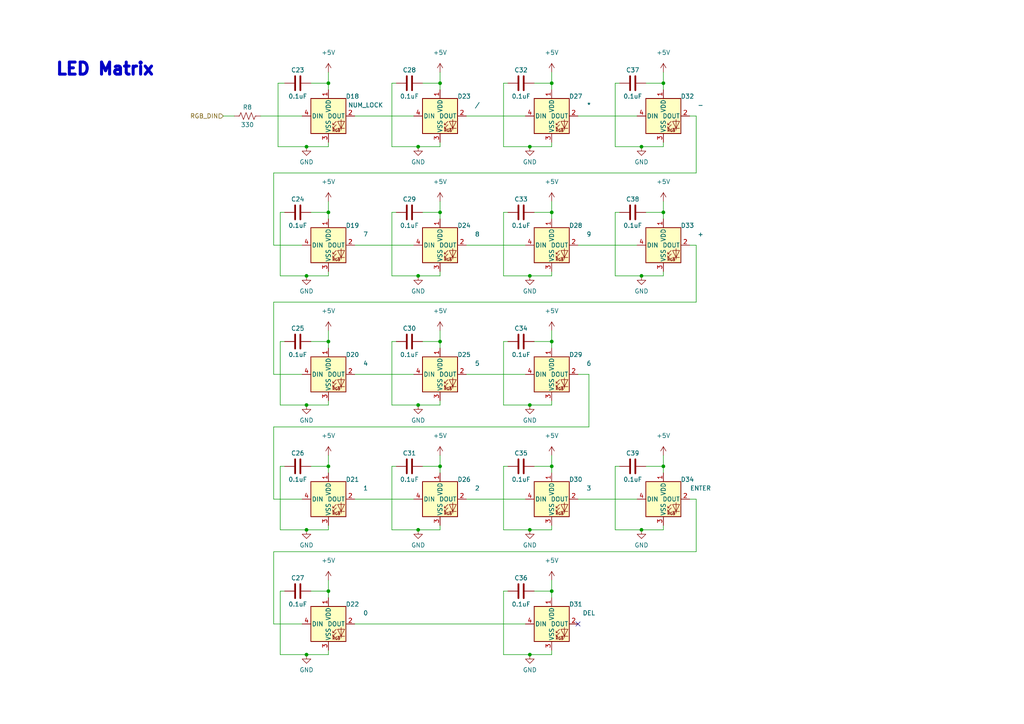
<source format=kicad_sch>
(kicad_sch (version 20211123) (generator eeschema)
  (paper "A4")
  (lib_symbols
    (symbol "Device:C" (pin_numbers hide) (pin_names (offset 0.254))
      (property "Reference" "C" (at 0.635 2.54 0))
      (property "Value" "C" (at 0.635 -2.54 0))
      (symbol "C_0_1"
        (polyline (pts (xy -2.032 -0.762) (xy 2.032 -0.762)) (stroke (width 0.508)))
        (polyline (pts (xy -2.032 0.762) (xy 2.032 0.762)) (stroke (width 0.508)))
      )
      (symbol "C_1_1"
        (pin passive line (at 0 3.81 270) (length 2.794) (name "~") (number "1"))
        (pin passive line (at 0 -3.81 90) (length 2.794) (name "~") (number "2"))
      )
    )
    (symbol "Device:R_US" (pin_numbers hide) (pin_names (offset 0))
      (property "Reference" "R" (at 2.54 0 90))
      (property "Value" "R_US" (at -2.54 0 90))
      (symbol "R_US_0_1"
        (polyline (pts (xy 0 -2.286) (xy 0 -2.54)))
        (polyline (pts (xy 0 2.286) (xy 0 2.54)))
        (polyline (pts (xy 0 -0.762) (xy 1.016 -1.143) (xy 0 -1.524) (xy -1.016 -1.905) (xy 0 -2.286)))
        (polyline (pts (xy 0 0.762) (xy 1.016 0.381) (xy 0 0) (xy -1.016 -0.381) (xy 0 -0.762)))
        (polyline (pts (xy 0 2.286) (xy 1.016 1.905) (xy 0 1.524) (xy -1.016 1.143) (xy 0 0.762)))
      )
      (symbol "R_US_1_1"
        (pin passive line (at 0 3.81 270) (length 1.27) (name "~") (number "1"))
        (pin passive line (at 0 -3.81 90) (length 1.27) (name "~") (number "2"))
      )
    )
    (symbol "LED:WS2812B" (pin_names (offset 0.254))
      (property "Reference" "D" (at 5.08 5.715 0))
      (property "Value" "WS2812B" (at 1.27 -5.715 0))
      (symbol "WS2812B_0_0"
        (text "RGB" (at 2.286 -4.191 0) (effects (font (size 0.762 0.762))))
      )
      (symbol "WS2812B_0_1"
        (polyline (pts (xy 1.27 -3.556) (xy 1.778 -3.556)))
        (polyline (pts (xy 1.27 -2.54) (xy 1.778 -2.54)))
        (polyline (pts (xy 4.699 -3.556) (xy 2.667 -3.556)))
        (polyline (pts (xy 2.286 -2.54) (xy 1.27 -3.556) (xy 1.27 -3.048)))
        (polyline (pts (xy 2.286 -1.524) (xy 1.27 -2.54) (xy 1.27 -2.032)))
        (polyline (pts (xy 3.683 -1.016) (xy 3.683 -3.556) (xy 3.683 -4.064)))
        (polyline (pts (xy 4.699 -1.524) (xy 2.667 -1.524) (xy 3.683 -3.556) (xy 4.699 -1.524)))
        (rectangle (start 5.08 5.08) (end -5.08 -5.08) (stroke (width 0.254)) (fill (type background)))
      )
      (symbol "WS2812B_1_1"
        (pin power_in line (at 0 7.62 270) (length 2.54) (name "VDD") (number "1"))
        (pin output line (at 7.62 0 180) (length 2.54) (name "DOUT") (number "2"))
        (pin power_in line (at 0 -7.62 90) (length 2.54) (name "VSS") (number "3"))
        (pin input line (at -7.62 0 0) (length 2.54) (name "DIN") (number "4"))
      )
    )
    (symbol "power:+5V" (power) (pin_names (offset 0))
      (property "Value" "+5V" (at 0 3.556 0))
      (symbol "+5V_0_1"
        (polyline (pts (xy -0.762 1.27) (xy 0 2.54)))
        (polyline (pts (xy 0 0) (xy 0 2.54)))
        (polyline (pts (xy 0 2.54) (xy 0.762 1.27)))
      )
      (symbol "+5V_1_1"
        (pin power_in line (at 0 0 90) (length 0) hide (name "+5V") (number "1"))
      )
    )
    (symbol "power:GND" (power) (pin_names (offset 0))
      (property "Value" "GND" (at 0 -3.81 0))
      (symbol "GND_0_1"
        (polyline (pts (xy 0 0) (xy 0 -1.27) (xy 1.27 -1.27) (xy 0 -2.54) (xy -1.27 -1.27) (xy 0 -1.27)))
      )
      (symbol "GND_1_1"
        (pin power_in line (at 0 0 270) (length 0) hide (name "GND") (number "1"))
      )
    )
  )
  (junction (at 127.635 24.13))
  (junction (at 95.25 24.13))
  (junction (at 153.67 189.865))
  (junction (at 153.67 117.475))
  (junction (at 95.25 135.255))
  (junction (at 186.055 80.01))
  (junction (at 186.055 153.67))
  (junction (at 192.405 135.255))
  (junction (at 186.055 42.545))
  (junction (at 192.405 61.595))
  (junction (at 121.285 153.67))
  (junction (at 121.285 80.01))
  (junction (at 160.02 171.45))
  (junction (at 153.67 153.67))
  (junction (at 88.9 42.545))
  (junction (at 160.02 24.13))
  (junction (at 127.635 99.06))
  (junction (at 127.635 61.595))
  (junction (at 95.25 171.45))
  (junction (at 88.9 80.01))
  (junction (at 160.02 61.595))
  (junction (at 160.02 135.255))
  (junction (at 121.285 117.475))
  (junction (at 192.405 24.13))
  (junction (at 153.67 42.545))
  (junction (at 153.67 80.01))
  (junction (at 127.635 135.255))
  (junction (at 88.9 153.67))
  (junction (at 88.9 189.865))
  (junction (at 95.25 99.06))
  (junction (at 121.285 42.545))
  (junction (at 88.9 117.475))
  (junction (at 160.02 99.06))
  (junction (at 95.25 61.595))
  (no_connect (at 167.64 180.975))
  (wire (pts (xy 146.05 61.595) (xy 147.32 61.595)))
  (wire (pts (xy 127.635 99.06) (xy 127.635 100.965)))
  (wire (pts (xy 79.375 123.825) (xy 170.815 123.825)))
  (wire (pts (xy 160.02 132.08) (xy 160.02 135.255)))
  (wire (pts (xy 127.635 95.885) (xy 127.635 99.06)))
  (wire (pts (xy 102.87 33.655) (xy 120.015 33.655)))
  (wire (pts (xy 90.17 61.595) (xy 95.25 61.595)))
  (wire (pts (xy 113.665 135.255) (xy 113.665 153.67)))
  (wire (pts (xy 178.435 42.545) (xy 186.055 42.545)))
  (wire (pts (xy 178.435 24.13) (xy 179.705 24.13)))
  (wire (pts (xy 135.255 71.12) (xy 152.4 71.12)))
  (wire (pts (xy 127.635 152.4) (xy 127.635 153.67)))
  (wire (pts (xy 178.435 61.595) (xy 178.435 80.01)))
  (wire (pts (xy 95.25 188.595) (xy 95.25 189.865)))
  (wire (pts (xy 79.375 50.165) (xy 201.93 50.165)))
  (wire (pts (xy 127.635 153.67) (xy 121.285 153.67)))
  (wire (pts (xy 79.375 180.975) (xy 79.375 160.02)))
  (wire (pts (xy 95.25 78.74) (xy 95.25 80.01)))
  (wire (pts (xy 81.28 99.06) (xy 82.55 99.06)))
  (wire (pts (xy 146.05 99.06) (xy 146.05 117.475)))
  (wire (pts (xy 81.28 189.865) (xy 88.9 189.865)))
  (wire (pts (xy 95.25 171.45) (xy 95.25 173.355)))
  (wire (pts (xy 102.87 71.12) (xy 120.015 71.12)))
  (wire (pts (xy 81.28 171.45) (xy 81.28 189.865)))
  (wire (pts (xy 122.555 135.255) (xy 127.635 135.255)))
  (wire (pts (xy 127.635 117.475) (xy 121.285 117.475)))
  (wire (pts (xy 102.87 144.78) (xy 120.015 144.78)))
  (wire (pts (xy 201.93 50.165) (xy 201.93 33.655)))
  (wire (pts (xy 160.02 58.42) (xy 160.02 61.595)))
  (wire (pts (xy 95.25 152.4) (xy 95.25 153.67)))
  (wire (pts (xy 160.02 189.865) (xy 153.67 189.865)))
  (wire (pts (xy 113.665 135.255) (xy 114.935 135.255)))
  (wire (pts (xy 160.02 24.13) (xy 160.02 26.035)))
  (wire (pts (xy 80.645 42.545) (xy 88.9 42.545)))
  (wire (pts (xy 201.93 33.655) (xy 200.025 33.655)))
  (wire (pts (xy 127.635 20.955) (xy 127.635 24.13)))
  (wire (pts (xy 113.665 24.13) (xy 114.935 24.13)))
  (wire (pts (xy 160.02 61.595) (xy 160.02 63.5)))
  (wire (pts (xy 192.405 152.4) (xy 192.405 153.67)))
  (wire (pts (xy 160.02 153.67) (xy 153.67 153.67)))
  (wire (pts (xy 95.25 117.475) (xy 88.9 117.475)))
  (wire (pts (xy 90.17 171.45) (xy 95.25 171.45)))
  (wire (pts (xy 154.94 135.255) (xy 160.02 135.255)))
  (wire (pts (xy 160.02 116.205) (xy 160.02 117.475)))
  (wire (pts (xy 75.565 33.655) (xy 87.63 33.655)))
  (wire (pts (xy 160.02 117.475) (xy 153.67 117.475)))
  (wire (pts (xy 79.375 144.78) (xy 87.63 144.78)))
  (wire (pts (xy 160.02 135.255) (xy 160.02 137.16)))
  (wire (pts (xy 95.25 168.275) (xy 95.25 171.45)))
  (wire (pts (xy 102.87 180.975) (xy 152.4 180.975)))
  (wire (pts (xy 201.93 144.78) (xy 201.93 160.02)))
  (wire (pts (xy 167.64 71.12) (xy 184.785 71.12)))
  (wire (pts (xy 81.28 153.67) (xy 88.9 153.67)))
  (wire (pts (xy 127.635 80.01) (xy 121.285 80.01)))
  (wire (pts (xy 79.375 71.12) (xy 87.63 71.12)))
  (wire (pts (xy 81.28 171.45) (xy 82.55 171.45)))
  (wire (pts (xy 187.325 24.13) (xy 192.405 24.13)))
  (wire (pts (xy 160.02 80.01) (xy 153.67 80.01)))
  (wire (pts (xy 192.405 41.275) (xy 192.405 42.545)))
  (wire (pts (xy 178.435 24.13) (xy 178.435 42.545)))
  (wire (pts (xy 135.255 144.78) (xy 152.4 144.78)))
  (wire (pts (xy 201.93 144.78) (xy 200.025 144.78)))
  (wire (pts (xy 127.635 132.08) (xy 127.635 135.255)))
  (wire (pts (xy 79.375 108.585) (xy 79.375 87.63)))
  (wire (pts (xy 192.405 24.13) (xy 192.405 26.035)))
  (wire (pts (xy 79.375 87.63) (xy 201.93 87.63)))
  (wire (pts (xy 201.93 87.63) (xy 201.93 71.12)))
  (wire (pts (xy 95.25 41.275) (xy 95.25 42.545)))
  (wire (pts (xy 178.435 80.01) (xy 186.055 80.01)))
  (wire (pts (xy 160.02 95.885) (xy 160.02 99.06)))
  (wire (pts (xy 95.25 99.06) (xy 95.25 100.965)))
  (wire (pts (xy 122.555 24.13) (xy 127.635 24.13)))
  (wire (pts (xy 95.25 116.205) (xy 95.25 117.475)))
  (wire (pts (xy 81.28 61.595) (xy 81.28 80.01)))
  (wire (pts (xy 81.28 61.595) (xy 82.55 61.595)))
  (wire (pts (xy 146.05 24.13) (xy 147.32 24.13)))
  (wire (pts (xy 146.05 99.06) (xy 147.32 99.06)))
  (wire (pts (xy 192.405 80.01) (xy 186.055 80.01)))
  (wire (pts (xy 146.05 189.865) (xy 153.67 189.865)))
  (wire (pts (xy 192.405 135.255) (xy 192.405 137.16)))
  (wire (pts (xy 95.25 80.01) (xy 88.9 80.01)))
  (wire (pts (xy 146.05 153.67) (xy 153.67 153.67)))
  (wire (pts (xy 160.02 171.45) (xy 160.02 173.355)))
  (wire (pts (xy 192.405 61.595) (xy 192.405 63.5)))
  (wire (pts (xy 113.665 80.01) (xy 121.285 80.01)))
  (wire (pts (xy 81.28 135.255) (xy 81.28 153.67)))
  (wire (pts (xy 113.665 24.13) (xy 113.665 42.545)))
  (wire (pts (xy 167.64 33.655) (xy 184.785 33.655)))
  (wire (pts (xy 81.28 117.475) (xy 88.9 117.475)))
  (wire (pts (xy 192.405 132.08) (xy 192.405 135.255)))
  (wire (pts (xy 192.405 58.42) (xy 192.405 61.595)))
  (wire (pts (xy 102.87 108.585) (xy 120.015 108.585)))
  (wire (pts (xy 64.77 33.655) (xy 67.945 33.655)))
  (wire (pts (xy 146.05 42.545) (xy 153.67 42.545)))
  (wire (pts (xy 146.05 61.595) (xy 146.05 80.01)))
  (wire (pts (xy 127.635 58.42) (xy 127.635 61.595)))
  (wire (pts (xy 95.25 24.13) (xy 95.25 26.035)))
  (wire (pts (xy 187.325 61.595) (xy 192.405 61.595)))
  (wire (pts (xy 79.375 180.975) (xy 87.63 180.975)))
  (wire (pts (xy 127.635 116.205) (xy 127.635 117.475)))
  (wire (pts (xy 127.635 78.74) (xy 127.635 80.01)))
  (wire (pts (xy 192.405 20.955) (xy 192.405 24.13)))
  (wire (pts (xy 160.02 152.4) (xy 160.02 153.67)))
  (wire (pts (xy 170.815 108.585) (xy 170.815 123.825)))
  (wire (pts (xy 127.635 61.595) (xy 127.635 63.5)))
  (wire (pts (xy 178.435 153.67) (xy 186.055 153.67)))
  (wire (pts (xy 178.435 135.255) (xy 179.705 135.255)))
  (wire (pts (xy 146.05 24.13) (xy 146.05 42.545)))
  (wire (pts (xy 95.25 61.595) (xy 95.25 63.5)))
  (wire (pts (xy 127.635 135.255) (xy 127.635 137.16)))
  (wire (pts (xy 81.28 135.255) (xy 82.55 135.255)))
  (wire (pts (xy 160.02 99.06) (xy 160.02 100.965)))
  (wire (pts (xy 127.635 41.275) (xy 127.635 42.545)))
  (wire (pts (xy 154.94 171.45) (xy 160.02 171.45)))
  (wire (pts (xy 90.17 135.255) (xy 95.25 135.255)))
  (wire (pts (xy 122.555 61.595) (xy 127.635 61.595)))
  (wire (pts (xy 146.05 80.01) (xy 153.67 80.01)))
  (wire (pts (xy 135.255 33.655) (xy 152.4 33.655)))
  (wire (pts (xy 192.405 153.67) (xy 186.055 153.67)))
  (wire (pts (xy 160.02 188.595) (xy 160.02 189.865)))
  (wire (pts (xy 95.25 135.255) (xy 95.25 137.16)))
  (wire (pts (xy 113.665 61.595) (xy 114.935 61.595)))
  (wire (pts (xy 167.64 108.585) (xy 170.815 108.585)))
  (wire (pts (xy 95.25 58.42) (xy 95.25 61.595)))
  (wire (pts (xy 178.435 135.255) (xy 178.435 153.67)))
  (wire (pts (xy 160.02 78.74) (xy 160.02 80.01)))
  (wire (pts (xy 113.665 153.67) (xy 121.285 153.67)))
  (wire (pts (xy 113.665 99.06) (xy 113.665 117.475)))
  (wire (pts (xy 154.94 24.13) (xy 160.02 24.13)))
  (wire (pts (xy 95.25 153.67) (xy 88.9 153.67)))
  (wire (pts (xy 80.645 24.13) (xy 80.645 42.545)))
  (wire (pts (xy 146.05 135.255) (xy 146.05 153.67)))
  (wire (pts (xy 154.94 99.06) (xy 160.02 99.06)))
  (wire (pts (xy 201.93 71.12) (xy 200.025 71.12)))
  (wire (pts (xy 81.28 99.06) (xy 81.28 117.475)))
  (wire (pts (xy 178.435 61.595) (xy 179.705 61.595)))
  (wire (pts (xy 160.02 20.955) (xy 160.02 24.13)))
  (wire (pts (xy 187.325 135.255) (xy 192.405 135.255)))
  (wire (pts (xy 167.64 144.78) (xy 184.785 144.78)))
  (wire (pts (xy 127.635 24.13) (xy 127.635 26.035)))
  (wire (pts (xy 79.375 144.78) (xy 79.375 123.825)))
  (wire (pts (xy 81.28 80.01) (xy 88.9 80.01)))
  (wire (pts (xy 95.25 42.545) (xy 88.9 42.545)))
  (wire (pts (xy 80.645 24.13) (xy 82.55 24.13)))
  (wire (pts (xy 95.25 20.955) (xy 95.25 24.13)))
  (wire (pts (xy 122.555 99.06) (xy 127.635 99.06)))
  (wire (pts (xy 127.635 42.545) (xy 121.285 42.545)))
  (wire (pts (xy 79.375 108.585) (xy 87.63 108.585)))
  (wire (pts (xy 90.17 99.06) (xy 95.25 99.06)))
  (wire (pts (xy 113.665 61.595) (xy 113.665 80.01)))
  (wire (pts (xy 146.05 117.475) (xy 153.67 117.475)))
  (wire (pts (xy 146.05 135.255) (xy 147.32 135.255)))
  (wire (pts (xy 146.05 171.45) (xy 146.05 189.865)))
  (wire (pts (xy 90.17 24.13) (xy 95.25 24.13)))
  (wire (pts (xy 160.02 42.545) (xy 153.67 42.545)))
  (wire (pts (xy 79.375 160.02) (xy 201.93 160.02)))
  (wire (pts (xy 113.665 42.545) (xy 121.285 42.545)))
  (wire (pts (xy 192.405 78.74) (xy 192.405 80.01)))
  (wire (pts (xy 192.405 42.545) (xy 186.055 42.545)))
  (wire (pts (xy 113.665 99.06) (xy 114.935 99.06)))
  (wire (pts (xy 160.02 168.275) (xy 160.02 171.45)))
  (wire (pts (xy 160.02 41.275) (xy 160.02 42.545)))
  (wire (pts (xy 146.05 171.45) (xy 147.32 171.45)))
  (wire (pts (xy 113.665 117.475) (xy 121.285 117.475)))
  (wire (pts (xy 95.25 189.865) (xy 88.9 189.865)))
  (wire (pts (xy 79.375 71.12) (xy 79.375 50.165)))
  (wire (pts (xy 95.25 132.08) (xy 95.25 135.255)))
  (wire (pts (xy 95.25 95.885) (xy 95.25 99.06)))
  (wire (pts (xy 154.94 61.595) (xy 160.02 61.595)))
  (wire (pts (xy 135.255 108.585) (xy 152.4 108.585)))
  (text "LED Matrix" (at 15.875 22.225 0) (effects (font (size 3.5 3.5) (thickness 1) bold) (justify left bottom)))
  (hierarchical_label "RGB_DIN" (shape input) (at 64.77 33.655 180))
  (symbol (lib_id "Device:C") (at 151.13 99.06 270) (unit 1)
    (property "Reference" "C34" (at 151.13 95.25 90))
    (property "Value" "0.1uF" (at 151.13 102.87 90))
  )
  (symbol (lib_id "LED:WS2812B") (at 160.02 33.655 0) (unit 1)
    (property "Reference" "D27" (at 167.005 27.94 0))
    (property "Value" "*" (at 170.815 30.48 0))
    (property "Footprint" "LED_SMD:LED_WS2812B_PLCC4_5.0x5.0mm_P3.2mm" (effects hide))
    (property "Datasheet" "https://cdn-shop.adafruit.com/datasheets/WS2812B.pdf" (effects hide))
  )
  (symbol (lib_id "power:+5V") (at 160.02 132.08 0) (unit 1)
    (property "Reference" "#PWR0155" (effects hide))
    (property "Value" "+5V" (at 160.02 126.365 0))
  )
  (symbol (lib_id "LED:WS2812B") (at 160.02 144.78 0) (unit 1)
    (property "Reference" "D30" (at 167.005 139.065 0))
    (property "Value" "3" (at 170.815 141.605 0))
    (property "Footprint" "LED_SMD:LED_WS2812B_PLCC4_5.0x5.0mm_P3.2mm" (effects hide))
    (property "Datasheet" "https://cdn-shop.adafruit.com/datasheets/WS2812B.pdf" (effects hide))
  )
  (symbol (lib_id "LED:WS2812B") (at 95.25 180.975 0) (unit 1)
    (property "Reference" "D22" (at 102.235 175.26 0))
    (property "Value" "0" (at 106.045 177.8 0))
    (property "Footprint" "LED_SMD:LED_WS2812B_PLCC4_5.0x5.0mm_P3.2mm" (effects hide))
    (property "Datasheet" "https://cdn-shop.adafruit.com/datasheets/WS2812B.pdf" (effects hide))
  )
  (symbol (lib_id "power:GND") (at 186.055 42.545 0) (unit 1)
    (property "Reference" "#PWR0160" (effects hide))
    (property "Value" "GND" (at 186.055 46.99 0))
  )
  (symbol (lib_id "Device:C") (at 151.13 171.45 270) (unit 1)
    (property "Reference" "C36" (at 151.13 167.64 90))
    (property "Value" "0.1uF" (at 151.13 175.26 90))
  )
  (symbol (lib_id "power:GND") (at 153.67 153.67 0) (unit 1)
    (property "Reference" "#PWR0143" (effects hide))
    (property "Value" "GND" (at 153.67 158.115 0))
  )
  (symbol (lib_id "power:+5V") (at 127.635 95.885 0) (unit 1)
    (property "Reference" "#PWR0150" (effects hide))
    (property "Value" "+5V" (at 127.635 90.17 0))
  )
  (symbol (lib_id "LED:WS2812B") (at 160.02 180.975 0) (unit 1)
    (property "Reference" "D31" (at 167.005 175.26 0))
    (property "Value" "DEL" (at 170.815 177.8 0))
    (property "Footprint" "LED_SMD:LED_WS2812B_PLCC4_5.0x5.0mm_P3.2mm" (effects hide))
    (property "Datasheet" "https://cdn-shop.adafruit.com/datasheets/WS2812B.pdf" (effects hide))
  )
  (symbol (lib_id "power:GND") (at 153.67 42.545 0) (unit 1)
    (property "Reference" "#PWR0162" (effects hide))
    (property "Value" "GND" (at 153.67 46.99 0))
  )
  (symbol (lib_id "Device:C") (at 151.13 135.255 270) (unit 1)
    (property "Reference" "C35" (at 151.13 131.445 90))
    (property "Value" "0.1uF" (at 151.13 139.065 90))
  )
  (symbol (lib_id "Device:C") (at 183.515 24.13 270) (unit 1)
    (property "Reference" "C37" (at 183.515 20.32 90))
    (property "Value" "0.1uF" (at 183.515 27.94 90))
  )
  (symbol (lib_id "power:+5V") (at 160.02 20.955 0) (unit 1)
    (property "Reference" "#PWR0163" (effects hide))
    (property "Value" "+5V" (at 160.02 15.24 0))
  )
  (symbol (lib_id "power:GND") (at 121.285 153.67 0) (unit 1)
    (property "Reference" "#PWR0142" (effects hide))
    (property "Value" "GND" (at 121.285 158.115 0))
  )
  (symbol (lib_id "power:GND") (at 88.9 42.545 0) (unit 1)
    (property "Reference" "#PWR0174" (effects hide))
    (property "Value" "GND" (at 88.9 46.99 0))
  )
  (symbol (lib_id "Device:C") (at 86.36 61.595 270) (unit 1)
    (property "Reference" "C24" (at 86.36 57.785 90))
    (property "Value" "0.1uF" (at 86.36 65.405 90))
  )
  (symbol (lib_id "LED:WS2812B") (at 95.25 108.585 0) (unit 1)
    (property "Reference" "D20" (at 102.235 102.87 0))
    (property "Value" "4" (at 106.045 105.41 0))
    (property "Footprint" "LED_SMD:LED_WS2812B_PLCC4_5.0x5.0mm_P3.2mm" (effects hide))
    (property "Datasheet" "https://cdn-shop.adafruit.com/datasheets/WS2812B.pdf" (effects hide))
  )
  (symbol (lib_id "power:+5V") (at 95.25 58.42 0) (unit 1)
    (property "Reference" "#PWR0171" (effects hide))
    (property "Value" "+5V" (at 95.25 52.705 0))
  )
  (symbol (lib_id "Device:C") (at 86.36 99.06 270) (unit 1)
    (property "Reference" "C25" (at 86.36 95.25 90))
    (property "Value" "0.1uF" (at 86.36 102.87 90))
  )
  (symbol (lib_id "LED:WS2812B") (at 160.02 108.585 0) (unit 1)
    (property "Reference" "D29" (at 167.005 102.87 0))
    (property "Value" "6" (at 170.815 105.41 0))
    (property "Footprint" "LED_SMD:LED_WS2812B_PLCC4_5.0x5.0mm_P3.2mm" (effects hide))
    (property "Datasheet" "https://cdn-shop.adafruit.com/datasheets/WS2812B.pdf" (effects hide))
  )
  (symbol (lib_id "power:GND") (at 186.055 80.01 0) (unit 1)
    (property "Reference" "#PWR0166" (effects hide))
    (property "Value" "GND" (at 186.055 84.455 0))
  )
  (symbol (lib_id "power:+5V") (at 160.02 58.42 0) (unit 1)
    (property "Reference" "#PWR0165" (effects hide))
    (property "Value" "+5V" (at 160.02 52.705 0))
  )
  (symbol (lib_id "LED:WS2812B") (at 127.635 108.585 0) (unit 1)
    (property "Reference" "D25" (at 134.62 102.87 0))
    (property "Value" "5" (at 138.43 105.41 0))
    (property "Footprint" "LED_SMD:LED_WS2812B_PLCC4_5.0x5.0mm_P3.2mm" (effects hide))
    (property "Datasheet" "https://cdn-shop.adafruit.com/datasheets/WS2812B.pdf" (effects hide))
  )
  (symbol (lib_id "Device:C") (at 86.36 171.45 270) (unit 1)
    (property "Reference" "C27" (at 86.36 167.64 90))
    (property "Value" "0.1uF" (at 86.36 175.26 90))
  )
  (symbol (lib_id "power:GND") (at 121.285 42.545 0) (unit 1)
    (property "Reference" "#PWR0173" (effects hide))
    (property "Value" "GND" (at 121.285 46.99 0))
  )
  (symbol (lib_id "LED:WS2812B") (at 192.405 71.12 0) (unit 1)
    (property "Reference" "D33" (at 199.39 65.405 0))
    (property "Value" "+" (at 203.2 67.945 0))
    (property "Footprint" "LED_SMD:LED_WS2812B_PLCC4_5.0x5.0mm_P3.2mm" (effects hide))
    (property "Datasheet" "https://cdn-shop.adafruit.com/datasheets/WS2812B.pdf" (effects hide))
  )
  (symbol (lib_id "power:+5V") (at 192.405 132.08 0) (unit 1)
    (property "Reference" "#PWR0152" (effects hide))
    (property "Value" "+5V" (at 192.405 126.365 0))
  )
  (symbol (lib_id "Device:C") (at 151.13 61.595 270) (unit 1)
    (property "Reference" "C33" (at 151.13 57.785 90))
    (property "Value" "0.1uF" (at 151.13 65.405 90))
  )
  (symbol (lib_id "Device:R_US") (at 71.755 33.655 90) (unit 1)
    (property "Reference" "R8" (at 71.755 31.115 90))
    (property "Value" "330" (at 71.755 36.195 90))
  )
  (symbol (lib_id "power:+5V") (at 192.405 20.955 0) (unit 1)
    (property "Reference" "#PWR0161" (effects hide))
    (property "Value" "+5V" (at 192.405 15.24 0))
  )
  (symbol (lib_id "power:GND") (at 88.9 153.67 0) (unit 1)
    (property "Reference" "#PWR0149" (effects hide))
    (property "Value" "GND" (at 88.9 158.115 0))
  )
  (symbol (lib_id "power:GND") (at 88.9 117.475 0) (unit 1)
    (property "Reference" "#PWR0158" (effects hide))
    (property "Value" "GND" (at 88.9 121.92 0))
  )
  (symbol (lib_id "power:GND") (at 121.285 80.01 0) (unit 1)
    (property "Reference" "#PWR0170" (effects hide))
    (property "Value" "GND" (at 121.285 84.455 0))
  )
  (symbol (lib_id "Device:C") (at 86.36 135.255 270) (unit 1)
    (property "Reference" "C26" (at 86.36 131.445 90))
    (property "Value" "0.1uF" (at 86.36 139.065 90))
  )
  (symbol (lib_id "Device:C") (at 118.745 61.595 270) (unit 1)
    (property "Reference" "C29" (at 118.745 57.785 90))
    (property "Value" "0.1uF" (at 118.745 65.405 90))
  )
  (symbol (lib_id "power:+5V") (at 95.25 132.08 0) (unit 1)
    (property "Reference" "#PWR0159" (effects hide))
    (property "Value" "+5V" (at 95.25 126.365 0))
  )
  (symbol (lib_id "power:+5V") (at 192.405 58.42 0) (unit 1)
    (property "Reference" "#PWR0169" (effects hide))
    (property "Value" "+5V" (at 192.405 52.705 0))
  )
  (symbol (lib_id "power:GND") (at 153.67 189.865 0) (unit 1)
    (property "Reference" "#PWR0146" (effects hide))
    (property "Value" "GND" (at 153.67 194.31 0))
  )
  (symbol (lib_id "LED:WS2812B") (at 127.635 71.12 0) (unit 1)
    (property "Reference" "D24" (at 134.62 65.405 0))
    (property "Value" "8" (at 138.43 67.945 0))
    (property "Footprint" "LED_SMD:LED_WS2812B_PLCC4_5.0x5.0mm_P3.2mm" (effects hide))
    (property "Datasheet" "https://cdn-shop.adafruit.com/datasheets/WS2812B.pdf" (effects hide))
  )
  (symbol (lib_id "LED:WS2812B") (at 95.25 33.655 0) (unit 1)
    (property "Reference" "D18" (at 102.235 27.94 0))
    (property "Value" "NUM_LOCK" (at 106.045 30.48 0))
    (property "Footprint" "LED_SMD:LED_WS2812B_PLCC4_5.0x5.0mm_P3.2mm" (effects hide))
    (property "Datasheet" "https://cdn-shop.adafruit.com/datasheets/WS2812B.pdf" (effects hide))
  )
  (symbol (lib_id "power:GND") (at 121.285 117.475 0) (unit 1)
    (property "Reference" "#PWR0157" (effects hide))
    (property "Value" "GND" (at 121.285 121.92 0))
  )
  (symbol (lib_id "power:GND") (at 153.67 117.475 0) (unit 1)
    (property "Reference" "#PWR0156" (effects hide))
    (property "Value" "GND" (at 153.67 121.92 0))
  )
  (symbol (lib_id "LED:WS2812B") (at 95.25 144.78 0) (unit 1)
    (property "Reference" "D21" (at 102.235 139.065 0))
    (property "Value" "1" (at 106.045 141.605 0))
    (property "Footprint" "LED_SMD:LED_WS2812B_PLCC4_5.0x5.0mm_P3.2mm" (effects hide))
    (property "Datasheet" "https://cdn-shop.adafruit.com/datasheets/WS2812B.pdf" (effects hide))
  )
  (symbol (lib_id "power:+5V") (at 95.25 20.955 0) (unit 1)
    (property "Reference" "#PWR0175" (effects hide))
    (property "Value" "+5V" (at 95.25 15.24 0))
  )
  (symbol (lib_id "power:+5V") (at 160.02 95.885 0) (unit 1)
    (property "Reference" "#PWR0153" (effects hide))
    (property "Value" "+5V" (at 160.02 90.17 0))
  )
  (symbol (lib_id "Device:C") (at 183.515 135.255 270) (unit 1)
    (property "Reference" "C39" (at 183.515 131.445 90))
    (property "Value" "0.1uF" (at 183.515 139.065 90))
  )
  (symbol (lib_id "Device:C") (at 151.13 24.13 270) (unit 1)
    (property "Reference" "C32" (at 151.13 20.32 90))
    (property "Value" "0.1uF" (at 151.13 27.94 90))
  )
  (symbol (lib_id "LED:WS2812B") (at 95.25 71.12 0) (unit 1)
    (property "Reference" "D19" (at 102.235 65.405 0))
    (property "Value" "7" (at 106.045 67.945 0))
    (property "Footprint" "LED_SMD:LED_WS2812B_PLCC4_5.0x5.0mm_P3.2mm" (effects hide))
    (property "Datasheet" "https://cdn-shop.adafruit.com/datasheets/WS2812B.pdf" (effects hide))
  )
  (symbol (lib_id "power:+5V") (at 95.25 168.275 0) (unit 1)
    (property "Reference" "#PWR0148" (effects hide))
    (property "Value" "+5V" (at 95.25 162.56 0))
  )
  (symbol (lib_id "Device:C") (at 118.745 135.255 270) (unit 1)
    (property "Reference" "C31" (at 118.745 131.445 90))
    (property "Value" "0.1uF" (at 118.745 139.065 90))
  )
  (symbol (lib_id "power:+5V") (at 160.02 168.275 0) (unit 1)
    (property "Reference" "#PWR0145" (effects hide))
    (property "Value" "+5V" (at 160.02 162.56 0))
  )
  (symbol (lib_id "LED:WS2812B") (at 127.635 33.655 0) (unit 1)
    (property "Reference" "D23" (at 134.62 27.94 0))
    (property "Value" "/" (at 138.43 30.48 0))
    (property "Footprint" "LED_SMD:LED_WS2812B_PLCC4_5.0x5.0mm_P3.2mm" (effects hide))
    (property "Datasheet" "https://cdn-shop.adafruit.com/datasheets/WS2812B.pdf" (effects hide))
  )
  (symbol (lib_id "Device:C") (at 86.36 24.13 270) (unit 1)
    (property "Reference" "C23" (at 86.36 20.32 90))
    (property "Value" "0.1uF" (at 86.36 27.94 90))
  )
  (symbol (lib_id "power:+5V") (at 127.635 20.955 0) (unit 1)
    (property "Reference" "#PWR0164" (effects hide))
    (property "Value" "+5V" (at 127.635 15.24 0))
  )
  (symbol (lib_id "power:GND") (at 153.67 80.01 0) (unit 1)
    (property "Reference" "#PWR0167" (effects hide))
    (property "Value" "GND" (at 153.67 84.455 0))
  )
  (symbol (lib_id "LED:WS2812B") (at 192.405 33.655 0) (unit 1)
    (property "Reference" "D32" (at 199.39 27.94 0))
    (property "Value" "-" (at 203.2 30.48 0))
    (property "Footprint" "LED_SMD:LED_WS2812B_PLCC4_5.0x5.0mm_P3.2mm" (effects hide))
    (property "Datasheet" "https://cdn-shop.adafruit.com/datasheets/WS2812B.pdf" (effects hide))
  )
  (symbol (lib_id "Device:C") (at 118.745 99.06 270) (unit 1)
    (property "Reference" "C30" (at 118.745 95.25 90))
    (property "Value" "0.1uF" (at 118.745 102.87 90))
  )
  (symbol (lib_id "LED:WS2812B") (at 192.405 144.78 0) (unit 1)
    (property "Reference" "D34" (at 199.39 139.065 0))
    (property "Value" "ENTER" (at 203.2 141.605 0))
    (property "Footprint" "LED_SMD:LED_WS2812B_PLCC4_5.0x5.0mm_P3.2mm" (effects hide))
    (property "Datasheet" "https://cdn-shop.adafruit.com/datasheets/WS2812B.pdf" (effects hide))
  )
  (symbol (lib_id "power:+5V") (at 127.635 132.08 0) (unit 1)
    (property "Reference" "#PWR0154" (effects hide))
    (property "Value" "+5V" (at 127.635 126.365 0))
  )
  (symbol (lib_id "LED:WS2812B") (at 127.635 144.78 0) (unit 1)
    (property "Reference" "D26" (at 134.62 139.065 0))
    (property "Value" "2" (at 138.43 141.605 0))
    (property "Footprint" "LED_SMD:LED_WS2812B_PLCC4_5.0x5.0mm_P3.2mm" (effects hide))
    (property "Datasheet" "https://cdn-shop.adafruit.com/datasheets/WS2812B.pdf" (effects hide))
  )
  (symbol (lib_id "power:GND") (at 88.9 80.01 0) (unit 1)
    (property "Reference" "#PWR0172" (effects hide))
    (property "Value" "GND" (at 88.9 84.455 0))
  )
  (symbol (lib_id "power:+5V") (at 95.25 95.885 0) (unit 1)
    (property "Reference" "#PWR0151" (effects hide))
    (property "Value" "+5V" (at 95.25 90.17 0))
  )
  (symbol (lib_id "LED:WS2812B") (at 160.02 71.12 0) (unit 1)
    (property "Reference" "D28" (at 167.005 65.405 0))
    (property "Value" "9" (at 170.815 67.945 0))
    (property "Footprint" "LED_SMD:LED_WS2812B_PLCC4_5.0x5.0mm_P3.2mm" (effects hide))
    (property "Datasheet" "https://cdn-shop.adafruit.com/datasheets/WS2812B.pdf" (effects hide))
  )
  (symbol (lib_id "power:GND") (at 186.055 153.67 0) (unit 1)
    (property "Reference" "#PWR0144" (effects hide))
    (property "Value" "GND" (at 186.055 158.115 0))
  )
  (symbol (lib_id "Device:C") (at 118.745 24.13 270) (unit 1)
    (property "Reference" "C28" (at 118.745 20.32 90))
    (property "Value" "0.1uF" (at 118.745 27.94 90))
  )
  (symbol (lib_id "power:GND") (at 88.9 189.865 0) (unit 1)
    (property "Reference" "#PWR0147" (effects hide))
    (property "Value" "GND" (at 88.9 194.31 0))
  )
  (symbol (lib_id "power:+5V") (at 127.635 58.42 0) (unit 1)
    (property "Reference" "#PWR0168" (effects hide))
    (property "Value" "+5V" (at 127.635 52.705 0))
  )
  (symbol (lib_id "Device:C") (at 183.515 61.595 270) (unit 1)
    (property "Reference" "C38" (at 183.515 57.785 90))
    (property "Value" "0.1uF" (at 183.515 65.405 90))
  )
)
</source>
